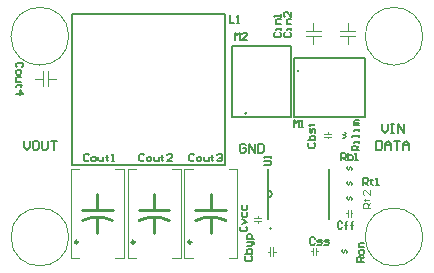
<source format=gbr>
%TF.GenerationSoftware,Altium Limited,Altium Designer,20.1.8 (145)*%
G04 Layer_Color=16777215*
%FSLAX24Y24*%
%MOIN*%
%TF.SameCoordinates,72321C45-B03C-47D1-81AD-3863C6C0A768*%
%TF.FilePolarity,Positive*%
%TF.FileFunction,Legend,Top*%
%TF.Part,Single*%
G01*
G75*
%TA.AperFunction,NonConductor*%
%ADD39C,0.0060*%
%ADD40C,0.0098*%
%ADD41C,0.0100*%
%ADD42C,0.0040*%
%ADD43C,0.0050*%
D39*
X7875Y5108D02*
G03*
X7875Y5108I-30J0D01*
G01*
X9617Y6516D02*
G03*
X9617Y6516I-30J0D01*
G01*
X8602Y2296D02*
G03*
X8602Y2536I0J120D01*
G01*
X8702Y1264D02*
G03*
X8702Y1264I-30J0D01*
G01*
X7402Y4981D02*
X9371D01*
Y7344D01*
X7402D02*
X9371D01*
X7402Y4981D02*
Y7344D01*
X9460Y6959D02*
X11822D01*
Y4990D02*
Y6959D01*
X9460Y4990D02*
X11822D01*
X9460D02*
Y6959D01*
X2067Y3386D02*
Y8425D01*
X7146D01*
Y3386D02*
Y8425D01*
X2067Y3386D02*
X7146D01*
X8602Y1575D02*
Y3256D01*
X10612Y1575D02*
Y3256D01*
X7843Y4037D02*
X7793Y4087D01*
X7693D01*
X7643Y4037D01*
Y3837D01*
X7693Y3787D01*
X7793D01*
X7843Y3837D01*
Y3937D01*
X7743D01*
X7943Y3787D02*
Y4087D01*
X8143Y3787D01*
Y4087D01*
X8243D02*
Y3787D01*
X8393D01*
X8443Y3837D01*
Y4037D01*
X8393Y4087D01*
X8243D01*
X452Y4196D02*
Y3996D01*
X552Y3896D01*
X652Y3996D01*
Y4196D01*
X902D02*
X802D01*
X752Y4146D01*
Y3946D01*
X802Y3896D01*
X902D01*
X952Y3946D01*
Y4146D01*
X902Y4196D01*
X1052D02*
Y3946D01*
X1102Y3896D01*
X1202D01*
X1252Y3946D01*
Y4196D01*
X1352D02*
X1552D01*
X1452D01*
Y3896D01*
X12385Y4761D02*
Y4561D01*
X12485Y4461D01*
X12585Y4561D01*
Y4761D01*
X12685D02*
X12785D01*
X12735D01*
Y4461D01*
X12685D01*
X12785D01*
X12935D02*
Y4761D01*
X13135Y4461D01*
Y4761D01*
X12199Y4196D02*
Y3896D01*
X12349D01*
X12399Y3946D01*
Y4146D01*
X12349Y4196D01*
X12199D01*
X12499Y3896D02*
Y4096D01*
X12599Y4196D01*
X12699Y4096D01*
Y3896D01*
Y4046D01*
X12499D01*
X12799Y4196D02*
X12999D01*
X12899D01*
Y3896D01*
X13099D02*
Y4096D01*
X13199Y4196D01*
X13299Y4096D01*
Y3896D01*
Y4046D01*
X13099D01*
D40*
X2253Y812D02*
G03*
X2253Y812I-49J0D01*
G01*
X4143D02*
G03*
X4143Y812I-49J0D01*
G01*
X6032D02*
G03*
X6032Y812I-49J0D01*
G01*
D41*
X3403Y1533D02*
G03*
X2404Y1533I-499J-1070D01*
G01*
X5293D02*
G03*
X4294Y1533I-499J-1070D01*
G01*
X7182D02*
G03*
X6184Y1533I-499J-1070D01*
G01*
X2904Y1890D02*
Y2402D01*
Y1112D02*
Y1644D01*
X2392Y1890D02*
X3415D01*
X4282D02*
X5305D01*
X4793Y1112D02*
Y1644D01*
Y1890D02*
Y2402D01*
X6683Y1890D02*
Y2402D01*
Y1112D02*
Y1644D01*
X6171Y1890D02*
X7195D01*
D42*
X13753Y984D02*
G03*
X13753Y984I-964J0D01*
G01*
Y7677D02*
G03*
X13753Y7677I-964J0D01*
G01*
X1948Y984D02*
G03*
X1948Y984I-964J0D01*
G01*
Y7677D02*
G03*
X1948Y7677I-964J0D01*
G01*
X10580Y4270D02*
Y4329D01*
Y4427D02*
Y4486D01*
X10462Y4427D02*
X10698D01*
X10462Y4329D02*
X10698D01*
X8239Y1463D02*
Y1522D01*
Y1620D02*
Y1679D01*
X8121Y1620D02*
X8357D01*
X8121Y1522D02*
X8357D01*
X11181Y3272D02*
X11210Y3337D01*
X11235Y3271D01*
X11261Y3205D01*
X11290Y3270D01*
X11318Y3335D01*
X11344Y3269D01*
X11370Y3203D01*
X11398Y3268D01*
X11180Y2781D02*
X11209Y2846D01*
X11235Y2780D01*
X11260Y2714D01*
X11289Y2779D01*
X11318Y2844D01*
X11343Y2778D01*
X11369Y2712D01*
X11398Y2777D01*
X11339Y1769D02*
X11398D01*
X11181D02*
X11240D01*
X11240Y1651D02*
Y1887D01*
X11339Y1651D02*
Y1887D01*
X11014Y516D02*
X11042Y581D01*
X11068Y515D01*
X11094Y449D01*
X11122Y514D01*
X11151Y579D01*
X11177Y513D01*
X11202Y447D01*
X11231Y512D01*
X10089Y394D02*
Y630D01*
X10188Y394D02*
Y630D01*
X10188Y512D02*
X10247D01*
X10030D02*
X10089D01*
X1092Y6004D02*
Y6516D01*
X1269Y6260D02*
X1525D01*
X836D02*
X1092D01*
X1269Y6004D02*
Y6516D01*
X2018Y285D02*
Y3238D01*
X3789Y285D02*
Y3238D01*
X2018Y285D02*
X2303D01*
X2018Y3238D02*
X2303D01*
X3504Y285D02*
X3789D01*
X3504Y3238D02*
X3789D01*
X5394D02*
X5679D01*
X5394Y285D02*
X5679D01*
X3908Y3238D02*
X4193D01*
X3908Y285D02*
X4193D01*
X5679D02*
Y3238D01*
X3908Y285D02*
Y3238D01*
X5797Y285D02*
Y3238D01*
X7569Y285D02*
Y3238D01*
X5797Y285D02*
X6083D01*
X5797Y3238D02*
X6083D01*
X7284Y285D02*
X7569D01*
X7284Y3238D02*
X7569D01*
X8654Y339D02*
Y634D01*
X8772Y339D02*
Y634D01*
Y486D02*
X8850D01*
X8575D02*
X8654D01*
X11180Y2277D02*
X11209Y2342D01*
X11235Y2276D01*
X11260Y2210D01*
X11289Y2275D01*
X11318Y2340D01*
X11343Y2274D01*
X11369Y2208D01*
X11398Y2272D01*
X11116Y4487D02*
X11181Y4459D01*
X11115Y4433D02*
X11181Y4459D01*
X11049Y4407D02*
X11115Y4433D01*
X11049Y4407D02*
X11114Y4378D01*
X11179Y4350D01*
X11113Y4324D02*
X11179Y4350D01*
X11047Y4298D02*
X11113Y4324D01*
X11047Y4298D02*
X11112Y4270D01*
X11243Y7845D02*
Y8101D01*
Y7412D02*
Y7667D01*
X10987D02*
X11499D01*
X10987Y7845D02*
X11499D01*
X10101D02*
Y8101D01*
Y7412D02*
Y7667D01*
X9845D02*
X10357D01*
X9845Y7845D02*
X10357D01*
X11995Y1943D02*
X11755D01*
Y2063D01*
X11795Y2103D01*
X11875D01*
X11915Y2063D01*
Y1943D01*
Y2023D02*
X11995Y2103D01*
X11795Y2223D02*
X11835D01*
Y2183D01*
Y2263D01*
Y2223D01*
X11955D01*
X11995Y2263D01*
Y2543D02*
Y2383D01*
X11835Y2543D01*
X11795D01*
X11755Y2503D01*
Y2423D01*
X11795Y2383D01*
D43*
X11785Y154D02*
X11545D01*
Y274D01*
X11585Y314D01*
X11665D01*
X11705Y274D01*
Y154D01*
Y234D02*
X11785Y314D01*
Y434D02*
Y514D01*
X11745Y554D01*
X11665D01*
X11625Y514D01*
Y434D01*
X11665Y394D01*
X11745D01*
X11785Y434D01*
Y634D02*
X11625D01*
Y754D01*
X11665Y794D01*
X11785D01*
X8450Y3373D02*
X8650D01*
X8690Y3413D01*
Y3493D01*
X8650Y3533D01*
X8450D01*
X8690Y3613D02*
Y3693D01*
Y3653D01*
X8450D01*
X8490Y3613D01*
X11625Y3870D02*
X11385D01*
Y3990D01*
X11425Y4030D01*
X11505D01*
X11545Y3990D01*
Y3870D01*
Y3950D02*
X11625Y4030D01*
Y4110D02*
Y4190D01*
Y4150D01*
X11465D01*
Y4110D01*
X11625Y4310D02*
Y4390D01*
Y4350D01*
X11385D01*
Y4310D01*
X11625Y4510D02*
Y4590D01*
Y4550D01*
X11465D01*
Y4510D01*
X11625Y4710D02*
X11465D01*
Y4750D01*
X11505Y4790D01*
X11625D01*
X11505D01*
X11465Y4830D01*
X11505Y4870D01*
X11625D01*
X11758Y2718D02*
Y2958D01*
X11878D01*
X11918Y2918D01*
Y2838D01*
X11878Y2798D01*
X11758D01*
X11838D02*
X11918Y2718D01*
X12038Y2918D02*
Y2878D01*
X11998D01*
X12078D01*
X12038D01*
Y2758D01*
X12078Y2718D01*
X12198D02*
X12278D01*
X12238D01*
Y2958D01*
X12198Y2918D01*
X11017Y3540D02*
Y3780D01*
X11137D01*
X11177Y3740D01*
Y3660D01*
X11137Y3620D01*
X11017D01*
X11097D02*
X11177Y3540D01*
X11257Y3780D02*
Y3540D01*
X11377D01*
X11417Y3580D01*
Y3620D01*
Y3660D01*
X11377Y3700D01*
X11257D01*
X11497Y3540D02*
X11577D01*
X11537D01*
Y3780D01*
X11497Y3740D01*
X7307Y8369D02*
Y8129D01*
X7467D01*
X7547D02*
X7627D01*
X7587D01*
Y8369D01*
X7547Y8329D01*
X7685Y1332D02*
X7645Y1292D01*
Y1212D01*
X7685Y1172D01*
X7845D01*
X7885Y1212D01*
Y1292D01*
X7845Y1332D01*
X7725Y1412D02*
X7885Y1492D01*
X7725Y1572D01*
Y1812D02*
Y1692D01*
X7765Y1652D01*
X7845D01*
X7885Y1692D01*
Y1812D01*
X7725Y2052D02*
Y1932D01*
X7765Y1892D01*
X7845D01*
X7885Y1932D01*
Y2052D01*
X10151Y932D02*
X10111Y972D01*
X10031D01*
X9991Y932D01*
Y772D01*
X10031Y732D01*
X10111D01*
X10151Y772D01*
X10231Y732D02*
X10351D01*
X10391Y772D01*
X10351Y812D01*
X10271D01*
X10231Y852D01*
X10271Y892D01*
X10391D01*
X10471Y732D02*
X10591D01*
X10631Y772D01*
X10591Y812D01*
X10511D01*
X10471Y852D01*
X10511Y892D01*
X10631D01*
X6128Y3702D02*
X6088Y3742D01*
X6008D01*
X5968Y3702D01*
Y3542D01*
X6008Y3502D01*
X6088D01*
X6128Y3542D01*
X6248Y3502D02*
X6328D01*
X6368Y3542D01*
Y3622D01*
X6328Y3662D01*
X6248D01*
X6208Y3622D01*
Y3542D01*
X6248Y3502D01*
X6448Y3662D02*
Y3542D01*
X6488Y3502D01*
X6607D01*
Y3662D01*
X6727Y3702D02*
Y3662D01*
X6687D01*
X6767D01*
X6727D01*
Y3542D01*
X6767Y3502D01*
X6887Y3702D02*
X6927Y3742D01*
X7007D01*
X7047Y3702D01*
Y3662D01*
X7007Y3622D01*
X6967D01*
X7007D01*
X7047Y3582D01*
Y3542D01*
X7007Y3502D01*
X6927D01*
X6887Y3542D01*
X4463Y3702D02*
X4423Y3742D01*
X4343D01*
X4303Y3702D01*
Y3542D01*
X4343Y3502D01*
X4423D01*
X4463Y3542D01*
X4583Y3502D02*
X4663D01*
X4703Y3542D01*
Y3622D01*
X4663Y3662D01*
X4583D01*
X4543Y3622D01*
Y3542D01*
X4583Y3502D01*
X4783Y3662D02*
Y3542D01*
X4823Y3502D01*
X4942D01*
Y3662D01*
X5062Y3702D02*
Y3662D01*
X5022D01*
X5102D01*
X5062D01*
Y3542D01*
X5102Y3502D01*
X5382D02*
X5222D01*
X5382Y3662D01*
Y3702D01*
X5342Y3742D01*
X5262D01*
X5222Y3702D01*
X2613D02*
X2573Y3742D01*
X2493D01*
X2453Y3702D01*
Y3542D01*
X2493Y3502D01*
X2573D01*
X2613Y3542D01*
X2733Y3502D02*
X2813D01*
X2853Y3542D01*
Y3622D01*
X2813Y3662D01*
X2733D01*
X2693Y3622D01*
Y3542D01*
X2733Y3502D01*
X2933Y3662D02*
Y3542D01*
X2973Y3502D01*
X3093D01*
Y3662D01*
X3213Y3702D02*
Y3662D01*
X3173D01*
X3253D01*
X3213D01*
Y3542D01*
X3253Y3502D01*
X3373D02*
X3453D01*
X3413D01*
Y3742D01*
X3373Y3702D01*
X8822Y7804D02*
X8782Y7764D01*
Y7684D01*
X8822Y7644D01*
X8982D01*
X9022Y7684D01*
Y7764D01*
X8982Y7804D01*
X9022Y7884D02*
Y7964D01*
Y7924D01*
X8862D01*
Y7884D01*
X9022Y8084D02*
X8862D01*
Y8204D01*
X8902Y8244D01*
X9022D01*
Y8323D02*
Y8403D01*
Y8363D01*
X8782D01*
X8822Y8323D01*
X11068Y1466D02*
X11028Y1506D01*
X10948D01*
X10908Y1466D01*
Y1306D01*
X10948Y1266D01*
X11028D01*
X11068Y1306D01*
X11188Y1266D02*
Y1466D01*
Y1386D01*
X11148D01*
X11228D01*
X11188D01*
Y1466D01*
X11228Y1506D01*
X11388Y1266D02*
Y1466D01*
Y1386D01*
X11348D01*
X11428D01*
X11388D01*
Y1466D01*
X11428Y1506D01*
X7850Y350D02*
X7810Y310D01*
Y230D01*
X7850Y190D01*
X8010D01*
X8050Y230D01*
Y310D01*
X8010Y350D01*
X7810Y430D02*
X8050D01*
Y550D01*
X8010Y590D01*
X7970D01*
X7930D01*
X7890Y550D01*
Y430D01*
Y670D02*
X8010D01*
X8050Y710D01*
Y830D01*
X8090D01*
X8130Y790D01*
Y750D01*
X8050Y830D02*
X7890D01*
X8130Y910D02*
X7890D01*
Y1030D01*
X7930Y1070D01*
X8010D01*
X8050Y1030D01*
Y910D01*
X9947Y4125D02*
X9908Y4085D01*
Y4005D01*
X9947Y3965D01*
X10107D01*
X10147Y4005D01*
Y4085D01*
X10107Y4125D01*
X9908Y4205D02*
X10147D01*
Y4325D01*
X10107Y4365D01*
X10067D01*
X10027D01*
X9987Y4325D01*
Y4205D01*
X10147Y4445D02*
Y4565D01*
X10107Y4605D01*
X10067Y4565D01*
Y4485D01*
X10027Y4445D01*
X9987Y4485D01*
Y4605D01*
X9947Y4724D02*
X9987D01*
Y4684D01*
Y4764D01*
Y4724D01*
X10107D01*
X10147Y4764D01*
X9447Y4634D02*
Y4874D01*
X9527Y4794D01*
X9607Y4874D01*
Y4634D01*
X9687D02*
X9767D01*
X9727D01*
Y4874D01*
X9687Y4834D01*
X7486Y7559D02*
Y7799D01*
X7566Y7719D01*
X7646Y7799D01*
Y7559D01*
X7886D02*
X7726D01*
X7886Y7719D01*
Y7759D01*
X7846Y7799D01*
X7766D01*
X7726Y7759D01*
X9172Y7801D02*
X9132Y7761D01*
Y7681D01*
X9172Y7641D01*
X9332D01*
X9372Y7681D01*
Y7761D01*
X9332Y7801D01*
X9372Y7881D02*
Y7961D01*
Y7921D01*
X9212D01*
Y7881D01*
X9372Y8081D02*
X9212D01*
Y8201D01*
X9252Y8241D01*
X9372D01*
Y8481D02*
Y8321D01*
X9212Y8481D01*
X9172D01*
X9132Y8441D01*
Y8361D01*
X9172Y8321D01*
X392Y6635D02*
X432Y6675D01*
Y6755D01*
X392Y6795D01*
X232D01*
X192Y6755D01*
Y6675D01*
X232Y6635D01*
X192Y6515D02*
Y6435D01*
X232Y6395D01*
X312D01*
X352Y6435D01*
Y6515D01*
X312Y6555D01*
X232D01*
X192Y6515D01*
X352Y6315D02*
X232D01*
X192Y6275D01*
Y6155D01*
X352D01*
X392Y6035D02*
X352D01*
Y6075D01*
Y5995D01*
Y6035D01*
X232D01*
X192Y5995D01*
Y5755D02*
X432D01*
X312Y5875D01*
Y5715D01*
%TF.MD5,28792fe7dccbdda0664b35f894fd5f5d*%
M02*

</source>
